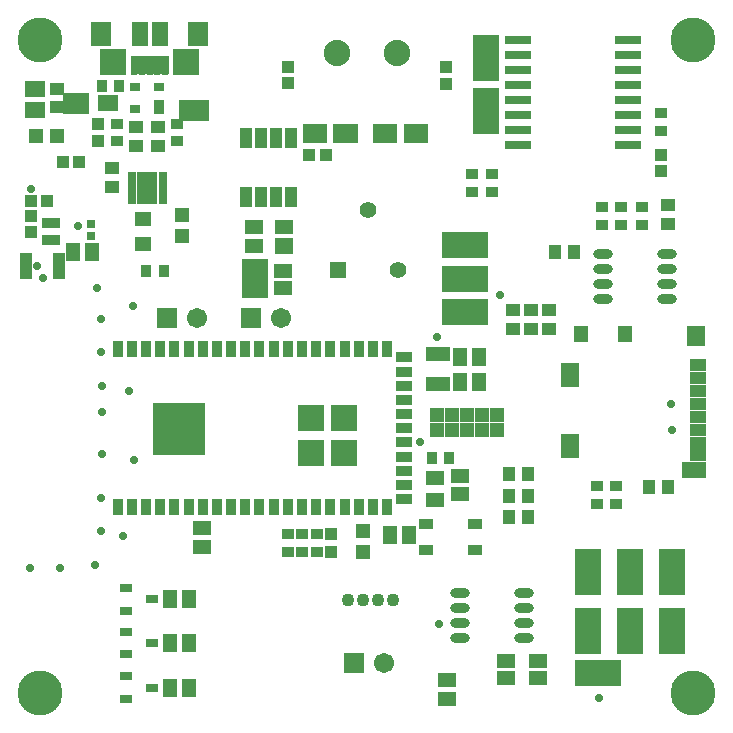
<source format=gts>
G04*
G04 #@! TF.GenerationSoftware,Altium Limited,Altium Designer,19.0.10 (269)*
G04*
G04 Layer_Color=8388736*
%FSLAX44Y44*%
%MOMM*%
G71*
G01*
G75*
%ADD25R,1.4000X1.0000*%
%ADD68R,1.6002X1.3208*%
%ADD69R,4.4196X4.3942*%
%ADD70R,3.2004X1.5494*%
%ADD71R,1.0032X2.2032*%
%ADD72R,1.1032X1.2032*%
%ADD73R,1.1032X0.9032*%
%ADD74R,4.0032X2.2332*%
%ADD75R,2.2332X4.0032*%
%ADD76R,1.0052X1.7082*%
%ADD77R,0.5159X0.8859*%
%ADD78R,1.0532X0.8032*%
%ADD79R,1.8064X1.4064*%
%ADD80R,1.0032X1.1032*%
%ADD81R,1.1032X1.0032*%
%ADD82R,0.6032X1.5532*%
%ADD83R,2.3032X2.2032*%
%ADD84R,1.8032X2.1032*%
%ADD85R,1.4032X2.1032*%
%ADD86R,2.2032X2.2032*%
%ADD87R,1.4032X0.9032*%
%ADD88R,0.9032X1.4032*%
%ADD89R,1.5532X1.1532*%
%ADD90R,1.2032X1.5032*%
%ADD91R,0.9032X1.1032*%
%ADD92R,0.9032X0.8032*%
%ADD93R,0.9032X1.2032*%
%ADD94R,0.7032X0.8032*%
%ADD95R,1.3032X1.3032*%
%ADD96R,1.2032X1.1032*%
%ADD97R,0.6540X0.5040*%
%ADD98R,1.8040X2.7040*%
%ADD99R,1.4032X1.3032*%
%ADD100R,1.3032X1.3032*%
%ADD101R,1.6532X1.3532*%
%ADD102R,2.1620X1.8620*%
%ADD103R,1.5032X1.2032*%
%ADD104R,1.6032X1.3032*%
%ADD105R,2.1832X0.7332*%
%ADD106O,1.6532X0.8032*%
%ADD107R,2.0845X1.4545*%
%ADD108R,1.3845X1.0345*%
%ADD109R,1.3845X1.1345*%
%ADD110R,1.5532X1.7532*%
%ADD111R,1.2032X1.4032*%
%ADD112R,1.5532X2.1032*%
%ADD113R,2.0032X1.2032*%
%ADD114R,1.1532X1.5532*%
%ADD115R,1.6032X1.2532*%
%ADD116R,1.2532X0.8532*%
%ADD117R,1.0032X1.0032*%
%ADD118C,2.2352*%
%ADD119C,1.4032*%
%ADD120R,1.4032X1.4032*%
%ADD121C,1.7032*%
%ADD122R,1.7032X1.7032*%
%ADD123R,1.3106X1.3106*%
%ADD124C,1.0922*%
%ADD125C,3.8032*%
%ADD126C,0.7112*%
G36*
X43180Y531368D02*
X64643Y531368D01*
X64643Y513842D01*
X43180Y513842D01*
X43180Y531368D01*
D02*
G37*
G36*
X141351Y526034D02*
X167005Y526034D01*
X167005Y508000D01*
X141351Y508000D01*
X141351Y526034D01*
D02*
G37*
G36*
X246380Y505460D02*
X266954Y505460D01*
X266954Y489204D01*
X246380Y489204D01*
X246380Y505460D01*
D02*
G37*
G36*
X271907D02*
X292481D01*
X292481Y489204D01*
X271907D01*
X271907Y505460D01*
D02*
G37*
G36*
X305562D02*
X326136D01*
X326136Y489204D01*
X305562D01*
X305562Y505460D01*
D02*
G37*
G36*
X331470D02*
X352044D01*
X352044Y489204D01*
X331470D01*
X331470Y505460D01*
D02*
G37*
D25*
X315930Y497078D02*
D03*
X341930D02*
D03*
X282748Y497358D02*
D03*
X256748D02*
D03*
X54818Y523476D02*
D03*
D68*
X229997Y401828D02*
D03*
D69*
X141224Y247269D02*
D03*
D70*
X116332Y554863D02*
D03*
D71*
X11400Y385318D02*
D03*
X39400D02*
D03*
D72*
X555116Y198120D02*
D03*
X539116D02*
D03*
X459868Y396748D02*
D03*
X475868D02*
D03*
X420498Y209296D02*
D03*
X436498D02*
D03*
X420498Y172212D02*
D03*
X436498D02*
D03*
X420498Y190754D02*
D03*
X436498D02*
D03*
D73*
X511302Y183762D02*
D03*
Y198762D02*
D03*
X495046Y183762D02*
D03*
Y198762D02*
D03*
X88900Y505094D02*
D03*
Y491094D02*
D03*
X139192Y505094D02*
D03*
Y491094D02*
D03*
X389382Y447668D02*
D03*
Y462668D02*
D03*
X405892Y447668D02*
D03*
Y462668D02*
D03*
X549402Y499484D02*
D03*
Y514484D02*
D03*
X533400Y434982D02*
D03*
Y419982D02*
D03*
X515366Y434982D02*
D03*
Y419982D02*
D03*
X499110Y434982D02*
D03*
Y419982D02*
D03*
X257810Y142868D02*
D03*
Y157868D02*
D03*
X245408Y142868D02*
D03*
Y157868D02*
D03*
X233172Y142868D02*
D03*
Y157868D02*
D03*
D74*
X496062Y40132D02*
D03*
X383540Y402844D02*
D03*
Y374396D02*
D03*
Y345948D02*
D03*
D75*
X522986Y125730D02*
D03*
X487426D02*
D03*
Y75946D02*
D03*
X558546Y125730D02*
D03*
X522986Y75946D02*
D03*
X558546D02*
D03*
X400812Y516128D02*
D03*
X401320Y561268D02*
D03*
D76*
X197866Y443909D02*
D03*
X210566Y443904D02*
D03*
X235966Y443909D02*
D03*
X223266D02*
D03*
X197866Y493864D02*
D03*
X235966D02*
D03*
X210566D02*
D03*
X223266D02*
D03*
D77*
X37686Y421640D02*
D03*
X32686D02*
D03*
X27686D02*
D03*
X37686Y406840D02*
D03*
X32686D02*
D03*
X27686D02*
D03*
D78*
X96692Y37694D02*
D03*
Y18694D02*
D03*
X118192Y28194D02*
D03*
X96692Y112370D02*
D03*
Y93370D02*
D03*
X118192Y102870D02*
D03*
X96520Y75388D02*
D03*
Y56388D02*
D03*
X118020Y65888D02*
D03*
D79*
X80818Y523476D02*
D03*
D80*
X265572Y479298D02*
D03*
X251572D02*
D03*
X29860Y439854D02*
D03*
X15860D02*
D03*
X56784Y473202D02*
D03*
X42784D02*
D03*
D81*
X233426Y553750D02*
D03*
Y539750D02*
D03*
X16002Y413736D02*
D03*
Y427736D02*
D03*
X72644Y491094D02*
D03*
Y505094D02*
D03*
X367538Y539466D02*
D03*
Y553466D02*
D03*
X549402Y465186D02*
D03*
Y479186D02*
D03*
D82*
X103344Y554788D02*
D03*
X109844D02*
D03*
X116344D02*
D03*
X122844D02*
D03*
X129344D02*
D03*
D83*
X85344Y558038D02*
D03*
X147344Y558038D02*
D03*
D84*
X75344Y581538D02*
D03*
X157344D02*
D03*
D85*
X107844D02*
D03*
X124844D02*
D03*
D86*
X130158Y258152D02*
D03*
X152338D02*
D03*
X130158Y236332D02*
D03*
X152338D02*
D03*
X252718Y256092D02*
D03*
X281268D02*
D03*
X252718Y226852D02*
D03*
X281268D02*
D03*
D87*
X331818Y199666D02*
D03*
Y307666D02*
D03*
Y295666D02*
D03*
Y283666D02*
D03*
Y271666D02*
D03*
Y259666D02*
D03*
Y247666D02*
D03*
Y235666D02*
D03*
Y223666D02*
D03*
Y211666D02*
D03*
Y187666D02*
D03*
D88*
X89408Y314706D02*
D03*
X101408D02*
D03*
X113408D02*
D03*
X125408D02*
D03*
X137408D02*
D03*
X149408D02*
D03*
X161408D02*
D03*
X173408D02*
D03*
X185408D02*
D03*
X197408D02*
D03*
X209408D02*
D03*
X221408D02*
D03*
X233408D02*
D03*
X245408D02*
D03*
X257408D02*
D03*
X269408D02*
D03*
X281408D02*
D03*
X293408D02*
D03*
X305408D02*
D03*
X317408D02*
D03*
Y180706D02*
D03*
X305408D02*
D03*
X293408D02*
D03*
X281408D02*
D03*
X269408D02*
D03*
X257408D02*
D03*
X245408D02*
D03*
X233408D02*
D03*
X221408D02*
D03*
X209408D02*
D03*
X197408D02*
D03*
X185408D02*
D03*
X173408D02*
D03*
X161408D02*
D03*
X149408D02*
D03*
X137408D02*
D03*
X125408D02*
D03*
X113408D02*
D03*
X101408D02*
D03*
X89408D02*
D03*
D89*
X160782Y163194D02*
D03*
Y147194D02*
D03*
X378968Y207666D02*
D03*
Y191666D02*
D03*
D90*
X67690Y397256D02*
D03*
X51690D02*
D03*
X133478Y103378D02*
D03*
X149478D02*
D03*
X133908Y66294D02*
D03*
X149908D02*
D03*
X133732Y27940D02*
D03*
X149732D02*
D03*
D91*
X90312Y537464D02*
D03*
X76312D02*
D03*
X113404Y380746D02*
D03*
X128404D02*
D03*
X370212Y222758D02*
D03*
X355212D02*
D03*
D92*
X104300Y517804D02*
D03*
Y536804D02*
D03*
X124300D02*
D03*
D93*
Y519804D02*
D03*
D94*
X66476Y420544D02*
D03*
Y410544D02*
D03*
D95*
X143510Y428608D02*
D03*
Y410608D02*
D03*
X296672Y161146D02*
D03*
Y143146D02*
D03*
D96*
X84328Y452248D02*
D03*
Y468248D02*
D03*
X104902Y502792D02*
D03*
Y486792D02*
D03*
X37592Y519304D02*
D03*
Y535304D02*
D03*
X123444Y502792D02*
D03*
Y486792D02*
D03*
X555116Y420752D02*
D03*
Y436752D02*
D03*
X454660Y331598D02*
D03*
Y347598D02*
D03*
X439420Y331598D02*
D03*
Y347598D02*
D03*
X424180Y331598D02*
D03*
Y347598D02*
D03*
D97*
X101054Y462354D02*
D03*
Y457854D02*
D03*
Y453354D02*
D03*
Y448854D02*
D03*
Y444354D02*
D03*
Y439854D02*
D03*
X128054D02*
D03*
Y444354D02*
D03*
Y448854D02*
D03*
Y453354D02*
D03*
Y457854D02*
D03*
Y462354D02*
D03*
D98*
X114554Y451104D02*
D03*
D99*
X110998Y404028D02*
D03*
Y425028D02*
D03*
D100*
X19956Y495554D02*
D03*
X37956D02*
D03*
D101*
X19050Y517288D02*
D03*
Y535288D02*
D03*
D102*
X205232Y366896D02*
D03*
Y381896D02*
D03*
D103*
X204978Y401956D02*
D03*
Y417956D02*
D03*
X230378Y401956D02*
D03*
Y417956D02*
D03*
X368404Y18622D02*
D03*
Y34622D02*
D03*
D104*
X229616Y366254D02*
D03*
Y381254D02*
D03*
X445591Y35934D02*
D03*
Y50934D02*
D03*
X417718Y35934D02*
D03*
Y50934D02*
D03*
D105*
X521830Y525526D02*
D03*
Y538226D02*
D03*
Y550926D02*
D03*
Y563626D02*
D03*
Y576326D02*
D03*
Y512826D02*
D03*
Y500026D02*
D03*
Y487426D02*
D03*
X428130D02*
D03*
Y500126D02*
D03*
Y512826D02*
D03*
Y525526D02*
D03*
Y538226D02*
D03*
Y550926D02*
D03*
Y563626D02*
D03*
Y576326D02*
D03*
D106*
X554808Y357378D02*
D03*
Y370078D02*
D03*
Y382778D02*
D03*
Y395478D02*
D03*
X500308Y357378D02*
D03*
Y370078D02*
D03*
Y382778D02*
D03*
Y395478D02*
D03*
X433396Y69850D02*
D03*
Y82550D02*
D03*
Y95250D02*
D03*
Y107950D02*
D03*
X378896Y69850D02*
D03*
Y82550D02*
D03*
Y95250D02*
D03*
Y107950D02*
D03*
D107*
X576913Y212781D02*
D03*
D108*
X580413Y224881D02*
D03*
D109*
Y235381D02*
D03*
Y246381D02*
D03*
Y257381D02*
D03*
Y268381D02*
D03*
Y279381D02*
D03*
Y290381D02*
D03*
Y301381D02*
D03*
D110*
X579163Y325981D02*
D03*
D111*
X481913Y327731D02*
D03*
X518913D02*
D03*
D112*
X472163Y292731D02*
D03*
Y233031D02*
D03*
D113*
X360172Y285442D02*
D03*
Y310442D02*
D03*
D114*
X394842Y308356D02*
D03*
X378842D02*
D03*
X394842Y287274D02*
D03*
X378842D02*
D03*
X335914Y156972D02*
D03*
X319914D02*
D03*
D115*
X357632Y205588D02*
D03*
Y186588D02*
D03*
D116*
X392098Y166452D02*
D03*
X350598D02*
D03*
Y144952D02*
D03*
X392098D02*
D03*
D117*
X270002Y157868D02*
D03*
Y142868D02*
D03*
D118*
X325628Y565103D02*
D03*
X274828D02*
D03*
D119*
X301244Y432562D02*
D03*
X326644Y381762D02*
D03*
D120*
X275844D02*
D03*
D121*
X156464Y340868D02*
D03*
X227584D02*
D03*
X314960Y49022D02*
D03*
D122*
X131064Y340868D02*
D03*
X202184D02*
D03*
X289560Y49022D02*
D03*
D123*
X410718Y259334D02*
D03*
Y246634D02*
D03*
X385318D02*
D03*
X398018D02*
D03*
X385318Y259334D02*
D03*
X398018D02*
D03*
X372618D02*
D03*
X359918D02*
D03*
X372618Y246634D02*
D03*
X359918D02*
D03*
D124*
X284480Y102362D02*
D03*
X297180D02*
D03*
X309880D02*
D03*
X322580D02*
D03*
D125*
X23500Y23500D02*
D03*
X576500D02*
D03*
X23500Y576500D02*
D03*
X576500D02*
D03*
D126*
X413240Y360680D02*
D03*
X359410Y324866D02*
D03*
X345642Y235966D02*
D03*
X361188Y82122D02*
D03*
X76062Y226060D02*
D03*
X74930Y311912D02*
D03*
X75642Y283464D02*
D03*
Y261112D02*
D03*
X75046Y188722D02*
D03*
X103142Y220980D02*
D03*
X93472Y156718D02*
D03*
X102108Y351536D02*
D03*
X99314Y279400D02*
D03*
X74930Y340360D02*
D03*
X75438Y160676D02*
D03*
X70205Y131826D02*
D03*
X40386Y129540D02*
D03*
X15494Y129286D02*
D03*
X21066Y385318D02*
D03*
X26416Y375049D02*
D03*
X71983Y366522D02*
D03*
X558038Y267970D02*
D03*
X559054Y246634D02*
D03*
X16002Y450088D02*
D03*
X55626Y419354D02*
D03*
X496570Y19050D02*
D03*
M02*

</source>
